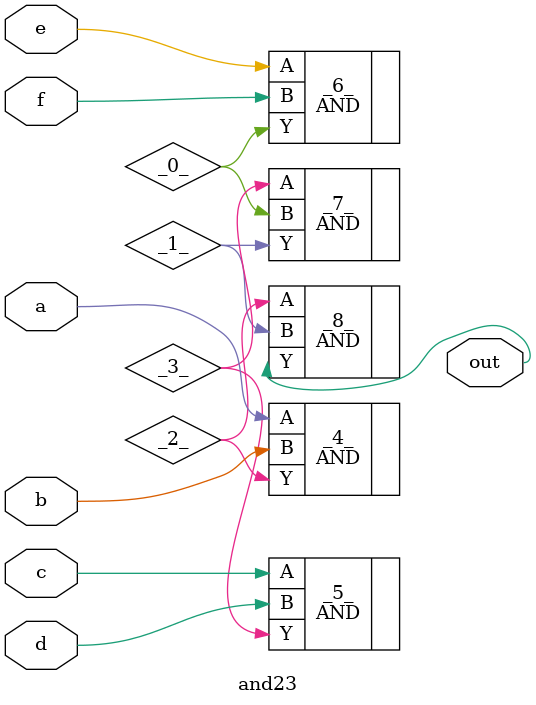
<source format=v>
/* Generated by Yosys 0.41+83 (git sha1 7045cf509, x86_64-w64-mingw32-g++ 13.2.1 -Os) */

/* cells_not_processed =  1  */
/* src = "and23.v:3.1-15.10" */
module and23(a, b, c, d, e, f, out);
  wire _0_;
  wire _1_;
  wire _2_;
  wire _3_;
  /* src = "and23.v:4.9-4.10" */
  input a;
  wire a;
  /* src = "and23.v:5.9-5.10" */
  input b;
  wire b;
  /* src = "and23.v:6.9-6.10" */
  input c;
  wire c;
  /* src = "and23.v:7.9-7.10" */
  input d;
  wire d;
  /* src = "and23.v:8.9-8.10" */
  input e;
  wire e;
  /* src = "and23.v:9.9-9.10" */
  input f;
  wire f;
  /* src = "and23.v:10.10-10.13" */
  output out;
  wire out;
  AND _4_ (
    .A(a),
    .B(b),
    .Y(_2_)
  );
  AND _5_ (
    .A(c),
    .B(d),
    .Y(_3_)
  );
  AND _6_ (
    .A(e),
    .B(f),
    .Y(_0_)
  );
  AND _7_ (
    .A(_3_),
    .B(_0_),
    .Y(_1_)
  );
  AND _8_ (
    .A(_2_),
    .B(_1_),
    .Y(out)
  );
endmodule

</source>
